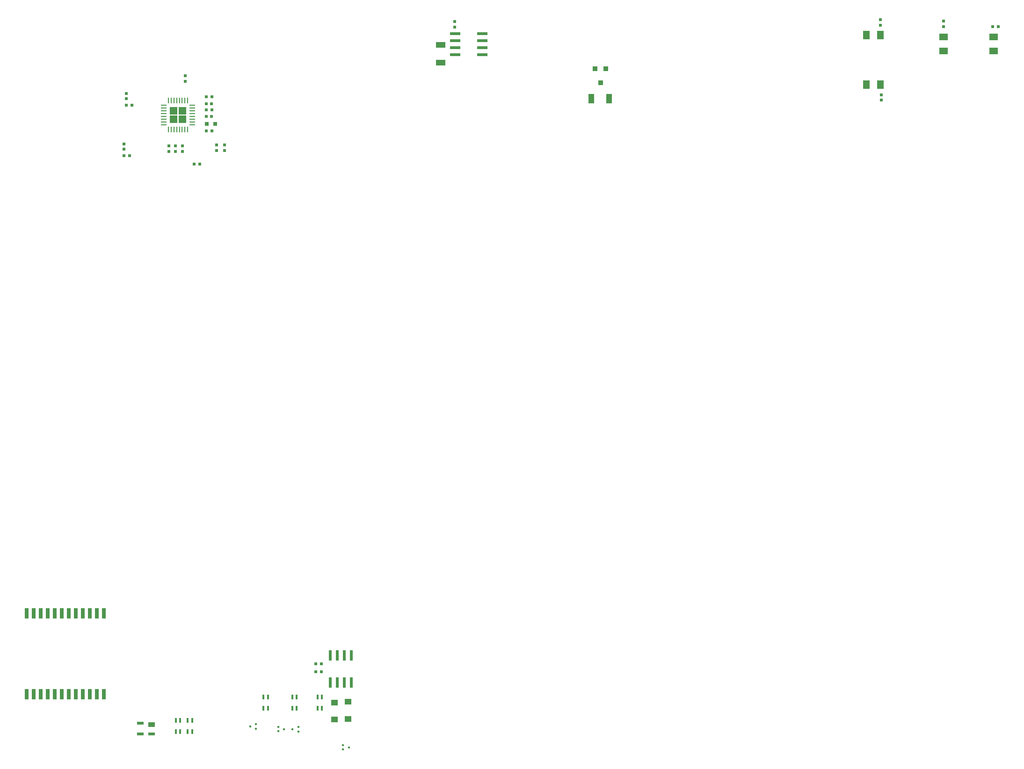
<source format=gbp>
G04 Layer_Color=128*
%FSLAX44Y44*%
%MOMM*%
G71*
G01*
G75*
%ADD14R,0.5000X0.5000*%
%ADD15R,0.5000X0.5000*%
%ADD23R,0.4500X0.4000*%
%ADD29R,0.9000X0.9500*%
%ADD30R,0.9000X0.9500*%
%ADD34R,0.8000X0.8000*%
%ADD35R,1.2000X1.1000*%
%ADD42R,0.5000X0.6000*%
%ADD44R,0.6000X0.5000*%
%ADD57R,0.5588X1.9812*%
%ADD58R,1.5000X1.3000*%
%ADD59R,1.3000X1.5000*%
%ADD67R,0.4000X0.9024*%
%ADD199R,1.1684X0.5334*%
%ADD200R,1.1684X0.9398*%
%ADD201R,1.1056X1.8000*%
%ADD202R,1.8000X1.1056*%
%ADD203R,0.7620X1.9050*%
%ADD204R,1.9812X0.5334*%
%ADD206R,1.0160X0.2300*%
%ADD207R,0.2300X1.0160*%
%ADD304R,1.4000X1.4000*%
D14*
X798830Y289560D02*
D03*
X788830D02*
D03*
X798830Y303530D02*
D03*
X788830D02*
D03*
X590710Y1268730D02*
D03*
X600710D02*
D03*
X600550Y1295400D02*
D03*
X590550D02*
D03*
X590710Y1330960D02*
D03*
X600710D02*
D03*
D15*
X441960Y1245710D02*
D03*
Y1235710D02*
D03*
X445770Y1327150D02*
D03*
Y1337150D02*
D03*
X1040130Y1466850D02*
D03*
Y1456850D02*
D03*
D23*
X848700Y152590D02*
D03*
X838200Y148590D02*
D03*
Y156590D02*
D03*
X731520Y185610D02*
D03*
X721020Y181610D02*
D03*
Y189610D02*
D03*
X746760Y185420D02*
D03*
X757260Y189420D02*
D03*
Y181420D02*
D03*
X670220Y190310D02*
D03*
X680720Y194310D02*
D03*
Y186310D02*
D03*
D29*
X1294790Y1381560D02*
D03*
X1304290Y1356560D02*
D03*
D30*
X1313790Y1381560D02*
D03*
D34*
X591820Y1281430D02*
D03*
X606820D02*
D03*
D35*
X822960Y233940D02*
D03*
Y202940D02*
D03*
X847090Y235210D02*
D03*
Y204210D02*
D03*
D42*
X569040Y1209040D02*
D03*
X579040D02*
D03*
X441960Y1224280D02*
D03*
X451960D02*
D03*
X455850Y1315720D02*
D03*
X445850D02*
D03*
X600550Y1318260D02*
D03*
X590550D02*
D03*
X600630Y1306830D02*
D03*
X590630D02*
D03*
X2014220Y1457960D02*
D03*
X2024220D02*
D03*
D44*
X623570Y1243330D02*
D03*
Y1233330D02*
D03*
X609600Y1243330D02*
D03*
Y1233330D02*
D03*
X552450Y1358900D02*
D03*
Y1368900D02*
D03*
X547370Y1232060D02*
D03*
Y1242060D02*
D03*
X523240D02*
D03*
Y1232060D02*
D03*
X534670Y1242060D02*
D03*
Y1232060D02*
D03*
X1811020Y1460500D02*
D03*
Y1470500D02*
D03*
X1812290Y1324690D02*
D03*
Y1334690D02*
D03*
X1925320Y1468120D02*
D03*
Y1458120D02*
D03*
D57*
X815340Y270002D02*
D03*
X828040D02*
D03*
X840740D02*
D03*
X853440D02*
D03*
Y319278D02*
D03*
X840740D02*
D03*
X828040D02*
D03*
X815340D02*
D03*
D58*
X1925490Y1413510D02*
D03*
Y1438910D02*
D03*
X2015490Y1413510D02*
D03*
Y1438910D02*
D03*
D59*
X1785620Y1442720D02*
D03*
X1811020D02*
D03*
X1785620Y1352720D02*
D03*
X1811020D02*
D03*
D67*
X746380Y243692D02*
D03*
X754380D02*
D03*
X746380Y223668D02*
D03*
X754380D02*
D03*
X702500D02*
D03*
X694500D02*
D03*
X800290D02*
D03*
X792290D02*
D03*
X557340Y201182D02*
D03*
X565340D02*
D03*
X557340Y181158D02*
D03*
X565340D02*
D03*
X543750D02*
D03*
X535750D02*
D03*
X702500Y243692D02*
D03*
X694500D02*
D03*
X800290D02*
D03*
X792290D02*
D03*
X543750Y201182D02*
D03*
X535750D02*
D03*
D199*
X471170Y196200D02*
D03*
Y177200D02*
D03*
X491490D02*
D03*
D200*
Y194168D02*
D03*
D201*
X1319530Y1327150D02*
D03*
X1287474D02*
D03*
D202*
X1014730Y1424940D02*
D03*
Y1392884D02*
D03*
D203*
X265430Y395005D02*
D03*
X278130D02*
D03*
X290830D02*
D03*
X303530D02*
D03*
X316230D02*
D03*
X328930D02*
D03*
X341630D02*
D03*
X354330D02*
D03*
X367030D02*
D03*
X379730D02*
D03*
X265430Y248955D02*
D03*
X278130D02*
D03*
X290830D02*
D03*
X303530D02*
D03*
X316230D02*
D03*
X328930D02*
D03*
X341630D02*
D03*
X354330D02*
D03*
X367030D02*
D03*
X379730D02*
D03*
X392430D02*
D03*
X405130D02*
D03*
Y395005D02*
D03*
X392430D02*
D03*
D204*
X1040892Y1407160D02*
D03*
Y1419860D02*
D03*
Y1432560D02*
D03*
Y1445260D02*
D03*
X1090168D02*
D03*
Y1432560D02*
D03*
Y1419860D02*
D03*
Y1407160D02*
D03*
D206*
X565782Y1315440D02*
D03*
Y1310440D02*
D03*
Y1305440D02*
D03*
Y1300440D02*
D03*
Y1295440D02*
D03*
Y1290440D02*
D03*
Y1285440D02*
D03*
Y1280440D02*
D03*
X513718D02*
D03*
Y1285440D02*
D03*
Y1290440D02*
D03*
Y1295440D02*
D03*
Y1300440D02*
D03*
Y1305440D02*
D03*
Y1310440D02*
D03*
Y1315440D02*
D03*
D207*
X557250Y1271908D02*
D03*
X552250D02*
D03*
X547250D02*
D03*
X542250D02*
D03*
X537250D02*
D03*
X532250D02*
D03*
X527250D02*
D03*
X522250D02*
D03*
Y1323972D02*
D03*
X527250D02*
D03*
X532250D02*
D03*
X537250D02*
D03*
X542250D02*
D03*
X547250D02*
D03*
X552250D02*
D03*
X557250D02*
D03*
D304*
X547749Y1305939D02*
D03*
X531751D02*
D03*
X547749Y1289941D02*
D03*
X531751D02*
D03*
M02*

</source>
